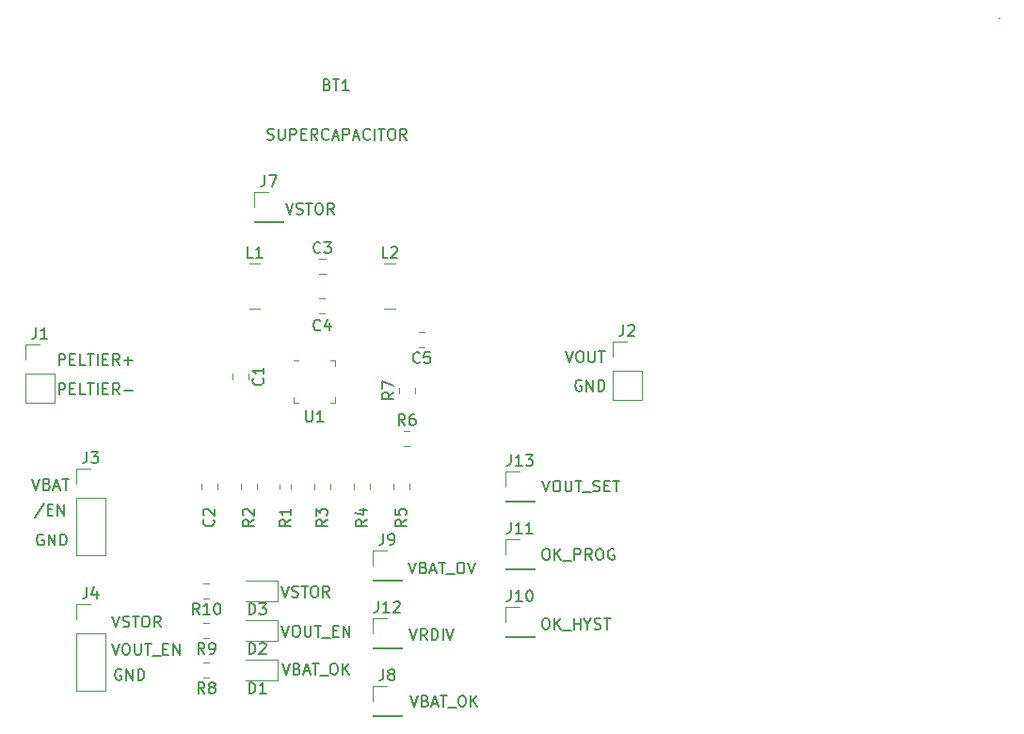
<source format=gbr>
G04 #@! TF.GenerationSoftware,KiCad,Pcbnew,(5.1.5)-3*
G04 #@! TF.CreationDate,2020-02-20T10:21:21+01:00*
G04 #@! TF.ProjectId,bq25570,62713235-3537-4302-9e6b-696361645f70,rev?*
G04 #@! TF.SameCoordinates,Original*
G04 #@! TF.FileFunction,Legend,Top*
G04 #@! TF.FilePolarity,Positive*
%FSLAX46Y46*%
G04 Gerber Fmt 4.6, Leading zero omitted, Abs format (unit mm)*
G04 Created by KiCad (PCBNEW (5.1.5)-3) date 2020-02-20 10:21:21*
%MOMM*%
%LPD*%
G04 APERTURE LIST*
%ADD10C,0.150000*%
%ADD11C,0.120000*%
G04 APERTURE END LIST*
D10*
X135339485Y-92873580D02*
X135529961Y-92873580D01*
X135625200Y-92921200D01*
X135720438Y-93016438D01*
X135768057Y-93206914D01*
X135768057Y-93540247D01*
X135720438Y-93730723D01*
X135625200Y-93825961D01*
X135529961Y-93873580D01*
X135339485Y-93873580D01*
X135244247Y-93825961D01*
X135149009Y-93730723D01*
X135101390Y-93540247D01*
X135101390Y-93206914D01*
X135149009Y-93016438D01*
X135244247Y-92921200D01*
X135339485Y-92873580D01*
X136196628Y-93873580D02*
X136196628Y-92873580D01*
X136768057Y-93873580D02*
X136339485Y-93302152D01*
X136768057Y-92873580D02*
X136196628Y-93445009D01*
X136958533Y-93968819D02*
X137720438Y-93968819D01*
X137958533Y-93873580D02*
X137958533Y-92873580D01*
X137958533Y-93349771D02*
X138529961Y-93349771D01*
X138529961Y-93873580D02*
X138529961Y-92873580D01*
X139196628Y-93397390D02*
X139196628Y-93873580D01*
X138863295Y-92873580D02*
X139196628Y-93397390D01*
X139529961Y-92873580D01*
X139815676Y-93825961D02*
X139958533Y-93873580D01*
X140196628Y-93873580D01*
X140291866Y-93825961D01*
X140339485Y-93778342D01*
X140387104Y-93683104D01*
X140387104Y-93587866D01*
X140339485Y-93492628D01*
X140291866Y-93445009D01*
X140196628Y-93397390D01*
X140006152Y-93349771D01*
X139910914Y-93302152D01*
X139863295Y-93254533D01*
X139815676Y-93159295D01*
X139815676Y-93064057D01*
X139863295Y-92968819D01*
X139910914Y-92921200D01*
X140006152Y-92873580D01*
X140244247Y-92873580D01*
X140387104Y-92921200D01*
X140672819Y-92873580D02*
X141244247Y-92873580D01*
X140958533Y-93873580D02*
X140958533Y-92873580D01*
X135379200Y-86625180D02*
X135569676Y-86625180D01*
X135664914Y-86672800D01*
X135760152Y-86768038D01*
X135807771Y-86958514D01*
X135807771Y-87291847D01*
X135760152Y-87482323D01*
X135664914Y-87577561D01*
X135569676Y-87625180D01*
X135379200Y-87625180D01*
X135283961Y-87577561D01*
X135188723Y-87482323D01*
X135141104Y-87291847D01*
X135141104Y-86958514D01*
X135188723Y-86768038D01*
X135283961Y-86672800D01*
X135379200Y-86625180D01*
X136236342Y-87625180D02*
X136236342Y-86625180D01*
X136807771Y-87625180D02*
X136379200Y-87053752D01*
X136807771Y-86625180D02*
X136236342Y-87196609D01*
X136998247Y-87720419D02*
X137760152Y-87720419D01*
X137998247Y-87625180D02*
X137998247Y-86625180D01*
X138379200Y-86625180D01*
X138474438Y-86672800D01*
X138522057Y-86720419D01*
X138569676Y-86815657D01*
X138569676Y-86958514D01*
X138522057Y-87053752D01*
X138474438Y-87101371D01*
X138379200Y-87148990D01*
X137998247Y-87148990D01*
X139569676Y-87625180D02*
X139236342Y-87148990D01*
X138998247Y-87625180D02*
X138998247Y-86625180D01*
X139379200Y-86625180D01*
X139474438Y-86672800D01*
X139522057Y-86720419D01*
X139569676Y-86815657D01*
X139569676Y-86958514D01*
X139522057Y-87053752D01*
X139474438Y-87101371D01*
X139379200Y-87148990D01*
X138998247Y-87148990D01*
X140188723Y-86625180D02*
X140379200Y-86625180D01*
X140474438Y-86672800D01*
X140569676Y-86768038D01*
X140617295Y-86958514D01*
X140617295Y-87291847D01*
X140569676Y-87482323D01*
X140474438Y-87577561D01*
X140379200Y-87625180D01*
X140188723Y-87625180D01*
X140093485Y-87577561D01*
X139998247Y-87482323D01*
X139950628Y-87291847D01*
X139950628Y-86958514D01*
X139998247Y-86768038D01*
X140093485Y-86672800D01*
X140188723Y-86625180D01*
X141569676Y-86672800D02*
X141474438Y-86625180D01*
X141331580Y-86625180D01*
X141188723Y-86672800D01*
X141093485Y-86768038D01*
X141045866Y-86863276D01*
X140998247Y-87053752D01*
X140998247Y-87196609D01*
X141045866Y-87387085D01*
X141093485Y-87482323D01*
X141188723Y-87577561D01*
X141331580Y-87625180D01*
X141426819Y-87625180D01*
X141569676Y-87577561D01*
X141617295Y-87529942D01*
X141617295Y-87196609D01*
X141426819Y-87196609D01*
X135130019Y-80478380D02*
X135463352Y-81478380D01*
X135796685Y-80478380D01*
X136320495Y-80478380D02*
X136510971Y-80478380D01*
X136606209Y-80526000D01*
X136701447Y-80621238D01*
X136749066Y-80811714D01*
X136749066Y-81145047D01*
X136701447Y-81335523D01*
X136606209Y-81430761D01*
X136510971Y-81478380D01*
X136320495Y-81478380D01*
X136225257Y-81430761D01*
X136130019Y-81335523D01*
X136082400Y-81145047D01*
X136082400Y-80811714D01*
X136130019Y-80621238D01*
X136225257Y-80526000D01*
X136320495Y-80478380D01*
X137177638Y-80478380D02*
X137177638Y-81287904D01*
X137225257Y-81383142D01*
X137272876Y-81430761D01*
X137368114Y-81478380D01*
X137558590Y-81478380D01*
X137653828Y-81430761D01*
X137701447Y-81383142D01*
X137749066Y-81287904D01*
X137749066Y-80478380D01*
X138082400Y-80478380D02*
X138653828Y-80478380D01*
X138368114Y-81478380D02*
X138368114Y-80478380D01*
X138749066Y-81573619D02*
X139510971Y-81573619D01*
X139701447Y-81430761D02*
X139844304Y-81478380D01*
X140082400Y-81478380D01*
X140177638Y-81430761D01*
X140225257Y-81383142D01*
X140272876Y-81287904D01*
X140272876Y-81192666D01*
X140225257Y-81097428D01*
X140177638Y-81049809D01*
X140082400Y-81002190D01*
X139891923Y-80954571D01*
X139796685Y-80906952D01*
X139749066Y-80859333D01*
X139701447Y-80764095D01*
X139701447Y-80668857D01*
X139749066Y-80573619D01*
X139796685Y-80526000D01*
X139891923Y-80478380D01*
X140130019Y-80478380D01*
X140272876Y-80526000D01*
X140701447Y-80954571D02*
X141034780Y-80954571D01*
X141177638Y-81478380D02*
X140701447Y-81478380D01*
X140701447Y-80478380D01*
X141177638Y-80478380D01*
X141463352Y-80478380D02*
X142034780Y-80478380D01*
X141749066Y-81478380D02*
X141749066Y-80478380D01*
X123241180Y-99833180D02*
X123574514Y-100833180D01*
X123907847Y-99833180D01*
X124574514Y-100309371D02*
X124717371Y-100356990D01*
X124764990Y-100404609D01*
X124812609Y-100499847D01*
X124812609Y-100642704D01*
X124764990Y-100737942D01*
X124717371Y-100785561D01*
X124622133Y-100833180D01*
X124241180Y-100833180D01*
X124241180Y-99833180D01*
X124574514Y-99833180D01*
X124669752Y-99880800D01*
X124717371Y-99928419D01*
X124764990Y-100023657D01*
X124764990Y-100118895D01*
X124717371Y-100214133D01*
X124669752Y-100261752D01*
X124574514Y-100309371D01*
X124241180Y-100309371D01*
X125193561Y-100547466D02*
X125669752Y-100547466D01*
X125098323Y-100833180D02*
X125431657Y-99833180D01*
X125764990Y-100833180D01*
X125955466Y-99833180D02*
X126526895Y-99833180D01*
X126241180Y-100833180D02*
X126241180Y-99833180D01*
X126622133Y-100928419D02*
X127384038Y-100928419D01*
X127812609Y-99833180D02*
X128003085Y-99833180D01*
X128098323Y-99880800D01*
X128193561Y-99976038D01*
X128241180Y-100166514D01*
X128241180Y-100499847D01*
X128193561Y-100690323D01*
X128098323Y-100785561D01*
X128003085Y-100833180D01*
X127812609Y-100833180D01*
X127717371Y-100785561D01*
X127622133Y-100690323D01*
X127574514Y-100499847D01*
X127574514Y-100166514D01*
X127622133Y-99976038D01*
X127717371Y-99880800D01*
X127812609Y-99833180D01*
X128669752Y-100833180D02*
X128669752Y-99833180D01*
X129241180Y-100833180D02*
X128812609Y-100261752D01*
X129241180Y-99833180D02*
X128669752Y-100404609D01*
X123171200Y-93838780D02*
X123504533Y-94838780D01*
X123837866Y-93838780D01*
X124742628Y-94838780D02*
X124409295Y-94362590D01*
X124171200Y-94838780D02*
X124171200Y-93838780D01*
X124552152Y-93838780D01*
X124647390Y-93886400D01*
X124695009Y-93934019D01*
X124742628Y-94029257D01*
X124742628Y-94172114D01*
X124695009Y-94267352D01*
X124647390Y-94314971D01*
X124552152Y-94362590D01*
X124171200Y-94362590D01*
X125171200Y-94838780D02*
X125171200Y-93838780D01*
X125409295Y-93838780D01*
X125552152Y-93886400D01*
X125647390Y-93981638D01*
X125695009Y-94076876D01*
X125742628Y-94267352D01*
X125742628Y-94410209D01*
X125695009Y-94600685D01*
X125647390Y-94695923D01*
X125552152Y-94791161D01*
X125409295Y-94838780D01*
X125171200Y-94838780D01*
X126171200Y-94838780D02*
X126171200Y-93838780D01*
X126504533Y-93838780D02*
X126837866Y-94838780D01*
X127171200Y-93838780D01*
X123109409Y-87844380D02*
X123442742Y-88844380D01*
X123776076Y-87844380D01*
X124442742Y-88320571D02*
X124585600Y-88368190D01*
X124633219Y-88415809D01*
X124680838Y-88511047D01*
X124680838Y-88653904D01*
X124633219Y-88749142D01*
X124585600Y-88796761D01*
X124490361Y-88844380D01*
X124109409Y-88844380D01*
X124109409Y-87844380D01*
X124442742Y-87844380D01*
X124537980Y-87892000D01*
X124585600Y-87939619D01*
X124633219Y-88034857D01*
X124633219Y-88130095D01*
X124585600Y-88225333D01*
X124537980Y-88272952D01*
X124442742Y-88320571D01*
X124109409Y-88320571D01*
X125061790Y-88558666D02*
X125537980Y-88558666D01*
X124966552Y-88844380D02*
X125299885Y-87844380D01*
X125633219Y-88844380D01*
X125823695Y-87844380D02*
X126395123Y-87844380D01*
X126109409Y-88844380D02*
X126109409Y-87844380D01*
X126490361Y-88939619D02*
X127252266Y-88939619D01*
X127680838Y-87844380D02*
X127871314Y-87844380D01*
X127966552Y-87892000D01*
X128061790Y-87987238D01*
X128109409Y-88177714D01*
X128109409Y-88511047D01*
X128061790Y-88701523D01*
X127966552Y-88796761D01*
X127871314Y-88844380D01*
X127680838Y-88844380D01*
X127585600Y-88796761D01*
X127490361Y-88701523D01*
X127442742Y-88511047D01*
X127442742Y-88177714D01*
X127490361Y-87987238D01*
X127585600Y-87892000D01*
X127680838Y-87844380D01*
X128395123Y-87844380D02*
X128728457Y-88844380D01*
X129061790Y-87844380D01*
X111709580Y-96937580D02*
X112042914Y-97937580D01*
X112376247Y-96937580D01*
X113042914Y-97413771D02*
X113185771Y-97461390D01*
X113233390Y-97509009D01*
X113281009Y-97604247D01*
X113281009Y-97747104D01*
X113233390Y-97842342D01*
X113185771Y-97889961D01*
X113090533Y-97937580D01*
X112709580Y-97937580D01*
X112709580Y-96937580D01*
X113042914Y-96937580D01*
X113138152Y-96985200D01*
X113185771Y-97032819D01*
X113233390Y-97128057D01*
X113233390Y-97223295D01*
X113185771Y-97318533D01*
X113138152Y-97366152D01*
X113042914Y-97413771D01*
X112709580Y-97413771D01*
X113661961Y-97651866D02*
X114138152Y-97651866D01*
X113566723Y-97937580D02*
X113900057Y-96937580D01*
X114233390Y-97937580D01*
X114423866Y-96937580D02*
X114995295Y-96937580D01*
X114709580Y-97937580D02*
X114709580Y-96937580D01*
X115090533Y-98032819D02*
X115852438Y-98032819D01*
X116281009Y-96937580D02*
X116471485Y-96937580D01*
X116566723Y-96985200D01*
X116661961Y-97080438D01*
X116709580Y-97270914D01*
X116709580Y-97604247D01*
X116661961Y-97794723D01*
X116566723Y-97889961D01*
X116471485Y-97937580D01*
X116281009Y-97937580D01*
X116185771Y-97889961D01*
X116090533Y-97794723D01*
X116042914Y-97604247D01*
X116042914Y-97270914D01*
X116090533Y-97080438D01*
X116185771Y-96985200D01*
X116281009Y-96937580D01*
X117138152Y-97937580D02*
X117138152Y-96937580D01*
X117709580Y-97937580D02*
X117281009Y-97366152D01*
X117709580Y-96937580D02*
X117138152Y-97509009D01*
X111688952Y-93533980D02*
X112022285Y-94533980D01*
X112355619Y-93533980D01*
X112879428Y-93533980D02*
X113069904Y-93533980D01*
X113165142Y-93581600D01*
X113260380Y-93676838D01*
X113308000Y-93867314D01*
X113308000Y-94200647D01*
X113260380Y-94391123D01*
X113165142Y-94486361D01*
X113069904Y-94533980D01*
X112879428Y-94533980D01*
X112784190Y-94486361D01*
X112688952Y-94391123D01*
X112641333Y-94200647D01*
X112641333Y-93867314D01*
X112688952Y-93676838D01*
X112784190Y-93581600D01*
X112879428Y-93533980D01*
X113736571Y-93533980D02*
X113736571Y-94343504D01*
X113784190Y-94438742D01*
X113831809Y-94486361D01*
X113927047Y-94533980D01*
X114117523Y-94533980D01*
X114212761Y-94486361D01*
X114260380Y-94438742D01*
X114308000Y-94343504D01*
X114308000Y-93533980D01*
X114641333Y-93533980D02*
X115212761Y-93533980D01*
X114927047Y-94533980D02*
X114927047Y-93533980D01*
X115308000Y-94629219D02*
X116069904Y-94629219D01*
X116308000Y-94010171D02*
X116641333Y-94010171D01*
X116784190Y-94533980D02*
X116308000Y-94533980D01*
X116308000Y-93533980D01*
X116784190Y-93533980D01*
X117212761Y-94533980D02*
X117212761Y-93533980D01*
X117784190Y-94533980D01*
X117784190Y-93533980D01*
X111628514Y-89977980D02*
X111961847Y-90977980D01*
X112295180Y-89977980D01*
X112580895Y-90930361D02*
X112723752Y-90977980D01*
X112961847Y-90977980D01*
X113057085Y-90930361D01*
X113104704Y-90882742D01*
X113152323Y-90787504D01*
X113152323Y-90692266D01*
X113104704Y-90597028D01*
X113057085Y-90549409D01*
X112961847Y-90501790D01*
X112771371Y-90454171D01*
X112676133Y-90406552D01*
X112628514Y-90358933D01*
X112580895Y-90263695D01*
X112580895Y-90168457D01*
X112628514Y-90073219D01*
X112676133Y-90025600D01*
X112771371Y-89977980D01*
X113009466Y-89977980D01*
X113152323Y-90025600D01*
X113438038Y-89977980D02*
X114009466Y-89977980D01*
X113723752Y-90977980D02*
X113723752Y-89977980D01*
X114533276Y-89977980D02*
X114723752Y-89977980D01*
X114818990Y-90025600D01*
X114914228Y-90120838D01*
X114961847Y-90311314D01*
X114961847Y-90644647D01*
X114914228Y-90835123D01*
X114818990Y-90930361D01*
X114723752Y-90977980D01*
X114533276Y-90977980D01*
X114438038Y-90930361D01*
X114342800Y-90835123D01*
X114295180Y-90644647D01*
X114295180Y-90311314D01*
X114342800Y-90120838D01*
X114438038Y-90025600D01*
X114533276Y-89977980D01*
X115961847Y-90977980D02*
X115628514Y-90501790D01*
X115390419Y-90977980D02*
X115390419Y-89977980D01*
X115771371Y-89977980D01*
X115866609Y-90025600D01*
X115914228Y-90073219D01*
X115961847Y-90168457D01*
X115961847Y-90311314D01*
X115914228Y-90406552D01*
X115866609Y-90454171D01*
X115771371Y-90501790D01*
X115390419Y-90501790D01*
X96439314Y-92670380D02*
X96772647Y-93670380D01*
X97105980Y-92670380D01*
X97391695Y-93622761D02*
X97534552Y-93670380D01*
X97772647Y-93670380D01*
X97867885Y-93622761D01*
X97915504Y-93575142D01*
X97963123Y-93479904D01*
X97963123Y-93384666D01*
X97915504Y-93289428D01*
X97867885Y-93241809D01*
X97772647Y-93194190D01*
X97582171Y-93146571D01*
X97486933Y-93098952D01*
X97439314Y-93051333D01*
X97391695Y-92956095D01*
X97391695Y-92860857D01*
X97439314Y-92765619D01*
X97486933Y-92718000D01*
X97582171Y-92670380D01*
X97820266Y-92670380D01*
X97963123Y-92718000D01*
X98248838Y-92670380D02*
X98820266Y-92670380D01*
X98534552Y-93670380D02*
X98534552Y-92670380D01*
X99344076Y-92670380D02*
X99534552Y-92670380D01*
X99629790Y-92718000D01*
X99725028Y-92813238D01*
X99772647Y-93003714D01*
X99772647Y-93337047D01*
X99725028Y-93527523D01*
X99629790Y-93622761D01*
X99534552Y-93670380D01*
X99344076Y-93670380D01*
X99248838Y-93622761D01*
X99153600Y-93527523D01*
X99105980Y-93337047D01*
X99105980Y-93003714D01*
X99153600Y-92813238D01*
X99248838Y-92718000D01*
X99344076Y-92670380D01*
X100772647Y-93670380D02*
X100439314Y-93194190D01*
X100201219Y-93670380D02*
X100201219Y-92670380D01*
X100582171Y-92670380D01*
X100677409Y-92718000D01*
X100725028Y-92765619D01*
X100772647Y-92860857D01*
X100772647Y-93003714D01*
X100725028Y-93098952D01*
X100677409Y-93146571D01*
X100582171Y-93194190D01*
X100201219Y-93194190D01*
X96398152Y-95159580D02*
X96731485Y-96159580D01*
X97064819Y-95159580D01*
X97588628Y-95159580D02*
X97779104Y-95159580D01*
X97874342Y-95207200D01*
X97969580Y-95302438D01*
X98017200Y-95492914D01*
X98017200Y-95826247D01*
X97969580Y-96016723D01*
X97874342Y-96111961D01*
X97779104Y-96159580D01*
X97588628Y-96159580D01*
X97493390Y-96111961D01*
X97398152Y-96016723D01*
X97350533Y-95826247D01*
X97350533Y-95492914D01*
X97398152Y-95302438D01*
X97493390Y-95207200D01*
X97588628Y-95159580D01*
X98445771Y-95159580D02*
X98445771Y-95969104D01*
X98493390Y-96064342D01*
X98541009Y-96111961D01*
X98636247Y-96159580D01*
X98826723Y-96159580D01*
X98921961Y-96111961D01*
X98969580Y-96064342D01*
X99017200Y-95969104D01*
X99017200Y-95159580D01*
X99350533Y-95159580D02*
X99921961Y-95159580D01*
X99636247Y-96159580D02*
X99636247Y-95159580D01*
X100017200Y-96254819D02*
X100779104Y-96254819D01*
X101017200Y-95635771D02*
X101350533Y-95635771D01*
X101493390Y-96159580D02*
X101017200Y-96159580D01*
X101017200Y-95159580D01*
X101493390Y-95159580D01*
X101921961Y-96159580D02*
X101921961Y-95159580D01*
X102493390Y-96159580D01*
X102493390Y-95159580D01*
X97231295Y-97493200D02*
X97136057Y-97445580D01*
X96993200Y-97445580D01*
X96850342Y-97493200D01*
X96755104Y-97588438D01*
X96707485Y-97683676D01*
X96659866Y-97874152D01*
X96659866Y-98017009D01*
X96707485Y-98207485D01*
X96755104Y-98302723D01*
X96850342Y-98397961D01*
X96993200Y-98445580D01*
X97088438Y-98445580D01*
X97231295Y-98397961D01*
X97278914Y-98350342D01*
X97278914Y-98017009D01*
X97088438Y-98017009D01*
X97707485Y-98445580D02*
X97707485Y-97445580D01*
X98278914Y-98445580D01*
X98278914Y-97445580D01*
X98755104Y-98445580D02*
X98755104Y-97445580D01*
X98993200Y-97445580D01*
X99136057Y-97493200D01*
X99231295Y-97588438D01*
X99278914Y-97683676D01*
X99326533Y-97874152D01*
X99326533Y-98017009D01*
X99278914Y-98207485D01*
X99231295Y-98302723D01*
X99136057Y-98397961D01*
X98993200Y-98445580D01*
X98755104Y-98445580D01*
X89238342Y-80325980D02*
X89571676Y-81325980D01*
X89905009Y-80325980D01*
X90571676Y-80802171D02*
X90714533Y-80849790D01*
X90762152Y-80897409D01*
X90809771Y-80992647D01*
X90809771Y-81135504D01*
X90762152Y-81230742D01*
X90714533Y-81278361D01*
X90619295Y-81325980D01*
X90238342Y-81325980D01*
X90238342Y-80325980D01*
X90571676Y-80325980D01*
X90666914Y-80373600D01*
X90714533Y-80421219D01*
X90762152Y-80516457D01*
X90762152Y-80611695D01*
X90714533Y-80706933D01*
X90666914Y-80754552D01*
X90571676Y-80802171D01*
X90238342Y-80802171D01*
X91190723Y-81040266D02*
X91666914Y-81040266D01*
X91095485Y-81325980D02*
X91428819Y-80325980D01*
X91762152Y-81325980D01*
X91952628Y-80325980D02*
X92524057Y-80325980D01*
X92238342Y-81325980D02*
X92238342Y-80325980D01*
X90282780Y-82564361D02*
X89425638Y-83850076D01*
X90616114Y-83088171D02*
X90949447Y-83088171D01*
X91092304Y-83611980D02*
X90616114Y-83611980D01*
X90616114Y-82611980D01*
X91092304Y-82611980D01*
X91520876Y-83611980D02*
X91520876Y-82611980D01*
X92092304Y-83611980D01*
X92092304Y-82611980D01*
X90220895Y-85352000D02*
X90125657Y-85304380D01*
X89982800Y-85304380D01*
X89839942Y-85352000D01*
X89744704Y-85447238D01*
X89697085Y-85542476D01*
X89649466Y-85732952D01*
X89649466Y-85875809D01*
X89697085Y-86066285D01*
X89744704Y-86161523D01*
X89839942Y-86256761D01*
X89982800Y-86304380D01*
X90078038Y-86304380D01*
X90220895Y-86256761D01*
X90268514Y-86209142D01*
X90268514Y-85875809D01*
X90078038Y-85875809D01*
X90697085Y-86304380D02*
X90697085Y-85304380D01*
X91268514Y-86304380D01*
X91268514Y-85304380D01*
X91744704Y-86304380D02*
X91744704Y-85304380D01*
X91982800Y-85304380D01*
X92125657Y-85352000D01*
X92220895Y-85447238D01*
X92268514Y-85542476D01*
X92316133Y-85732952D01*
X92316133Y-85875809D01*
X92268514Y-86066285D01*
X92220895Y-86161523D01*
X92125657Y-86256761D01*
X91982800Y-86304380D01*
X91744704Y-86304380D01*
X91635676Y-72740780D02*
X91635676Y-71740780D01*
X92016628Y-71740780D01*
X92111866Y-71788400D01*
X92159485Y-71836019D01*
X92207104Y-71931257D01*
X92207104Y-72074114D01*
X92159485Y-72169352D01*
X92111866Y-72216971D01*
X92016628Y-72264590D01*
X91635676Y-72264590D01*
X92635676Y-72216971D02*
X92969009Y-72216971D01*
X93111866Y-72740780D02*
X92635676Y-72740780D01*
X92635676Y-71740780D01*
X93111866Y-71740780D01*
X94016628Y-72740780D02*
X93540438Y-72740780D01*
X93540438Y-71740780D01*
X94207104Y-71740780D02*
X94778533Y-71740780D01*
X94492819Y-72740780D02*
X94492819Y-71740780D01*
X95111866Y-72740780D02*
X95111866Y-71740780D01*
X95588057Y-72216971D02*
X95921390Y-72216971D01*
X96064247Y-72740780D02*
X95588057Y-72740780D01*
X95588057Y-71740780D01*
X96064247Y-71740780D01*
X97064247Y-72740780D02*
X96730914Y-72264590D01*
X96492819Y-72740780D02*
X96492819Y-71740780D01*
X96873771Y-71740780D01*
X96969009Y-71788400D01*
X97016628Y-71836019D01*
X97064247Y-71931257D01*
X97064247Y-72074114D01*
X97016628Y-72169352D01*
X96969009Y-72216971D01*
X96873771Y-72264590D01*
X96492819Y-72264590D01*
X97492819Y-72359828D02*
X98254723Y-72359828D01*
X91635676Y-70099180D02*
X91635676Y-69099180D01*
X92016628Y-69099180D01*
X92111866Y-69146800D01*
X92159485Y-69194419D01*
X92207104Y-69289657D01*
X92207104Y-69432514D01*
X92159485Y-69527752D01*
X92111866Y-69575371D01*
X92016628Y-69622990D01*
X91635676Y-69622990D01*
X92635676Y-69575371D02*
X92969009Y-69575371D01*
X93111866Y-70099180D02*
X92635676Y-70099180D01*
X92635676Y-69099180D01*
X93111866Y-69099180D01*
X94016628Y-70099180D02*
X93540438Y-70099180D01*
X93540438Y-69099180D01*
X94207104Y-69099180D02*
X94778533Y-69099180D01*
X94492819Y-70099180D02*
X94492819Y-69099180D01*
X95111866Y-70099180D02*
X95111866Y-69099180D01*
X95588057Y-69575371D02*
X95921390Y-69575371D01*
X96064247Y-70099180D02*
X95588057Y-70099180D01*
X95588057Y-69099180D01*
X96064247Y-69099180D01*
X97064247Y-70099180D02*
X96730914Y-69622990D01*
X96492819Y-70099180D02*
X96492819Y-69099180D01*
X96873771Y-69099180D01*
X96969009Y-69146800D01*
X97016628Y-69194419D01*
X97064247Y-69289657D01*
X97064247Y-69432514D01*
X97016628Y-69527752D01*
X96969009Y-69575371D01*
X96873771Y-69622990D01*
X96492819Y-69622990D01*
X97492819Y-69718228D02*
X98254723Y-69718228D01*
X97873771Y-70099180D02*
X97873771Y-69337276D01*
X112034914Y-55535580D02*
X112368247Y-56535580D01*
X112701580Y-55535580D01*
X112987295Y-56487961D02*
X113130152Y-56535580D01*
X113368247Y-56535580D01*
X113463485Y-56487961D01*
X113511104Y-56440342D01*
X113558723Y-56345104D01*
X113558723Y-56249866D01*
X113511104Y-56154628D01*
X113463485Y-56107009D01*
X113368247Y-56059390D01*
X113177771Y-56011771D01*
X113082533Y-55964152D01*
X113034914Y-55916533D01*
X112987295Y-55821295D01*
X112987295Y-55726057D01*
X113034914Y-55630819D01*
X113082533Y-55583200D01*
X113177771Y-55535580D01*
X113415866Y-55535580D01*
X113558723Y-55583200D01*
X113844438Y-55535580D02*
X114415866Y-55535580D01*
X114130152Y-56535580D02*
X114130152Y-55535580D01*
X114939676Y-55535580D02*
X115130152Y-55535580D01*
X115225390Y-55583200D01*
X115320628Y-55678438D01*
X115368247Y-55868914D01*
X115368247Y-56202247D01*
X115320628Y-56392723D01*
X115225390Y-56487961D01*
X115130152Y-56535580D01*
X114939676Y-56535580D01*
X114844438Y-56487961D01*
X114749200Y-56392723D01*
X114701580Y-56202247D01*
X114701580Y-55868914D01*
X114749200Y-55678438D01*
X114844438Y-55583200D01*
X114939676Y-55535580D01*
X116368247Y-56535580D02*
X116034914Y-56059390D01*
X115796819Y-56535580D02*
X115796819Y-55535580D01*
X116177771Y-55535580D01*
X116273009Y-55583200D01*
X116320628Y-55630819D01*
X116368247Y-55726057D01*
X116368247Y-55868914D01*
X116320628Y-55964152D01*
X116273009Y-56011771D01*
X116177771Y-56059390D01*
X115796819Y-56059390D01*
X110374895Y-49782361D02*
X110517752Y-49829980D01*
X110755847Y-49829980D01*
X110851085Y-49782361D01*
X110898704Y-49734742D01*
X110946323Y-49639504D01*
X110946323Y-49544266D01*
X110898704Y-49449028D01*
X110851085Y-49401409D01*
X110755847Y-49353790D01*
X110565371Y-49306171D01*
X110470133Y-49258552D01*
X110422514Y-49210933D01*
X110374895Y-49115695D01*
X110374895Y-49020457D01*
X110422514Y-48925219D01*
X110470133Y-48877600D01*
X110565371Y-48829980D01*
X110803466Y-48829980D01*
X110946323Y-48877600D01*
X111374895Y-48829980D02*
X111374895Y-49639504D01*
X111422514Y-49734742D01*
X111470133Y-49782361D01*
X111565371Y-49829980D01*
X111755847Y-49829980D01*
X111851085Y-49782361D01*
X111898704Y-49734742D01*
X111946323Y-49639504D01*
X111946323Y-48829980D01*
X112422514Y-49829980D02*
X112422514Y-48829980D01*
X112803466Y-48829980D01*
X112898704Y-48877600D01*
X112946323Y-48925219D01*
X112993942Y-49020457D01*
X112993942Y-49163314D01*
X112946323Y-49258552D01*
X112898704Y-49306171D01*
X112803466Y-49353790D01*
X112422514Y-49353790D01*
X113422514Y-49306171D02*
X113755847Y-49306171D01*
X113898704Y-49829980D02*
X113422514Y-49829980D01*
X113422514Y-48829980D01*
X113898704Y-48829980D01*
X114898704Y-49829980D02*
X114565371Y-49353790D01*
X114327276Y-49829980D02*
X114327276Y-48829980D01*
X114708228Y-48829980D01*
X114803466Y-48877600D01*
X114851085Y-48925219D01*
X114898704Y-49020457D01*
X114898704Y-49163314D01*
X114851085Y-49258552D01*
X114803466Y-49306171D01*
X114708228Y-49353790D01*
X114327276Y-49353790D01*
X115898704Y-49734742D02*
X115851085Y-49782361D01*
X115708228Y-49829980D01*
X115612990Y-49829980D01*
X115470133Y-49782361D01*
X115374895Y-49687123D01*
X115327276Y-49591885D01*
X115279657Y-49401409D01*
X115279657Y-49258552D01*
X115327276Y-49068076D01*
X115374895Y-48972838D01*
X115470133Y-48877600D01*
X115612990Y-48829980D01*
X115708228Y-48829980D01*
X115851085Y-48877600D01*
X115898704Y-48925219D01*
X116279657Y-49544266D02*
X116755847Y-49544266D01*
X116184419Y-49829980D02*
X116517752Y-48829980D01*
X116851085Y-49829980D01*
X117184419Y-49829980D02*
X117184419Y-48829980D01*
X117565371Y-48829980D01*
X117660609Y-48877600D01*
X117708228Y-48925219D01*
X117755847Y-49020457D01*
X117755847Y-49163314D01*
X117708228Y-49258552D01*
X117660609Y-49306171D01*
X117565371Y-49353790D01*
X117184419Y-49353790D01*
X118136800Y-49544266D02*
X118612990Y-49544266D01*
X118041561Y-49829980D02*
X118374895Y-48829980D01*
X118708228Y-49829980D01*
X119612990Y-49734742D02*
X119565371Y-49782361D01*
X119422514Y-49829980D01*
X119327276Y-49829980D01*
X119184419Y-49782361D01*
X119089180Y-49687123D01*
X119041561Y-49591885D01*
X118993942Y-49401409D01*
X118993942Y-49258552D01*
X119041561Y-49068076D01*
X119089180Y-48972838D01*
X119184419Y-48877600D01*
X119327276Y-48829980D01*
X119422514Y-48829980D01*
X119565371Y-48877600D01*
X119612990Y-48925219D01*
X120041561Y-49829980D02*
X120041561Y-48829980D01*
X120374895Y-48829980D02*
X120946323Y-48829980D01*
X120660609Y-49829980D02*
X120660609Y-48829980D01*
X121470133Y-48829980D02*
X121660609Y-48829980D01*
X121755847Y-48877600D01*
X121851085Y-48972838D01*
X121898704Y-49163314D01*
X121898704Y-49496647D01*
X121851085Y-49687123D01*
X121755847Y-49782361D01*
X121660609Y-49829980D01*
X121470133Y-49829980D01*
X121374895Y-49782361D01*
X121279657Y-49687123D01*
X121232038Y-49496647D01*
X121232038Y-49163314D01*
X121279657Y-48972838D01*
X121374895Y-48877600D01*
X121470133Y-48829980D01*
X122898704Y-49829980D02*
X122565371Y-49353790D01*
X122327276Y-49829980D02*
X122327276Y-48829980D01*
X122708228Y-48829980D01*
X122803466Y-48877600D01*
X122851085Y-48925219D01*
X122898704Y-49020457D01*
X122898704Y-49163314D01*
X122851085Y-49258552D01*
X122803466Y-49306171D01*
X122708228Y-49353790D01*
X122327276Y-49353790D01*
X138633295Y-71483600D02*
X138538057Y-71435980D01*
X138395200Y-71435980D01*
X138252342Y-71483600D01*
X138157104Y-71578838D01*
X138109485Y-71674076D01*
X138061866Y-71864552D01*
X138061866Y-72007409D01*
X138109485Y-72197885D01*
X138157104Y-72293123D01*
X138252342Y-72388361D01*
X138395200Y-72435980D01*
X138490438Y-72435980D01*
X138633295Y-72388361D01*
X138680914Y-72340742D01*
X138680914Y-72007409D01*
X138490438Y-72007409D01*
X139109485Y-72435980D02*
X139109485Y-71435980D01*
X139680914Y-72435980D01*
X139680914Y-71435980D01*
X140157104Y-72435980D02*
X140157104Y-71435980D01*
X140395200Y-71435980D01*
X140538057Y-71483600D01*
X140633295Y-71578838D01*
X140680914Y-71674076D01*
X140728533Y-71864552D01*
X140728533Y-72007409D01*
X140680914Y-72197885D01*
X140633295Y-72293123D01*
X140538057Y-72388361D01*
X140395200Y-72435980D01*
X140157104Y-72435980D01*
X137226895Y-68845180D02*
X137560228Y-69845180D01*
X137893561Y-68845180D01*
X138417371Y-68845180D02*
X138607847Y-68845180D01*
X138703085Y-68892800D01*
X138798323Y-68988038D01*
X138845942Y-69178514D01*
X138845942Y-69511847D01*
X138798323Y-69702323D01*
X138703085Y-69797561D01*
X138607847Y-69845180D01*
X138417371Y-69845180D01*
X138322133Y-69797561D01*
X138226895Y-69702323D01*
X138179276Y-69511847D01*
X138179276Y-69178514D01*
X138226895Y-68988038D01*
X138322133Y-68892800D01*
X138417371Y-68845180D01*
X139274514Y-68845180D02*
X139274514Y-69654704D01*
X139322133Y-69749942D01*
X139369752Y-69797561D01*
X139464990Y-69845180D01*
X139655466Y-69845180D01*
X139750704Y-69797561D01*
X139798323Y-69749942D01*
X139845942Y-69654704D01*
X139845942Y-68845180D01*
X140179276Y-68845180D02*
X140750704Y-68845180D01*
X140464990Y-69845180D02*
X140464990Y-68845180D01*
D11*
X176220120Y-38864540D02*
X176202340Y-38879780D01*
X112742420Y-69714820D02*
X113192420Y-69714820D01*
X112742420Y-73434820D02*
X112742420Y-72984820D01*
X112742420Y-73454820D02*
X113212420Y-73454820D01*
X116482420Y-73454820D02*
X116012420Y-73454820D01*
X116482420Y-73434820D02*
X116482420Y-72984820D01*
X116482420Y-69734820D02*
X116482420Y-70184820D01*
X116482420Y-69714820D02*
X116012420Y-69714820D01*
X119828000Y-92904000D02*
X121158000Y-92904000D01*
X119828000Y-94234000D02*
X119828000Y-92904000D01*
X119828000Y-95504000D02*
X122488000Y-95504000D01*
X122488000Y-95504000D02*
X122488000Y-95564000D01*
X119828000Y-95504000D02*
X119828000Y-95564000D01*
X119828000Y-95564000D02*
X122488000Y-95564000D01*
X105154252Y-89714000D02*
X104631748Y-89714000D01*
X105154252Y-91134000D02*
X104631748Y-91134000D01*
X105154252Y-93270000D02*
X104631748Y-93270000D01*
X105154252Y-94690000D02*
X104631748Y-94690000D01*
X105154252Y-96826000D02*
X104631748Y-96826000D01*
X105154252Y-98246000D02*
X104631748Y-98246000D01*
X123646000Y-72642252D02*
X123646000Y-72119748D01*
X122226000Y-72642252D02*
X122226000Y-72119748D01*
X122674748Y-77418000D02*
X123197252Y-77418000D01*
X122674748Y-75998000D02*
X123197252Y-75998000D01*
X121718000Y-80755748D02*
X121718000Y-81278252D01*
X123138000Y-80755748D02*
X123138000Y-81278252D01*
X119582000Y-81283552D02*
X119582000Y-80761048D01*
X118162000Y-81283552D02*
X118162000Y-80761048D01*
X116026000Y-81296252D02*
X116026000Y-80773748D01*
X114606000Y-81296252D02*
X114606000Y-80773748D01*
X108002000Y-80773748D02*
X108002000Y-81296252D01*
X109422000Y-80773748D02*
X109422000Y-81296252D01*
X112524000Y-81197267D02*
X112524000Y-80854733D01*
X111504000Y-81197267D02*
X111504000Y-80854733D01*
X120909000Y-65002000D02*
X121889000Y-65002000D01*
X120909000Y-60982000D02*
X121889000Y-60982000D01*
X108743000Y-65002000D02*
X109723000Y-65002000D01*
X108743000Y-60982000D02*
X109723000Y-60982000D01*
X131766000Y-79696000D02*
X133096000Y-79696000D01*
X131766000Y-81026000D02*
X131766000Y-79696000D01*
X131766000Y-82296000D02*
X134426000Y-82296000D01*
X134426000Y-82296000D02*
X134426000Y-82356000D01*
X131766000Y-82296000D02*
X131766000Y-82356000D01*
X131766000Y-82356000D02*
X134426000Y-82356000D01*
X131766000Y-85792000D02*
X133096000Y-85792000D01*
X131766000Y-87122000D02*
X131766000Y-85792000D01*
X131766000Y-88392000D02*
X134426000Y-88392000D01*
X134426000Y-88392000D02*
X134426000Y-88452000D01*
X131766000Y-88392000D02*
X131766000Y-88452000D01*
X131766000Y-88452000D02*
X134426000Y-88452000D01*
X131766000Y-91888000D02*
X133096000Y-91888000D01*
X131766000Y-93218000D02*
X131766000Y-91888000D01*
X131766000Y-94488000D02*
X134426000Y-94488000D01*
X134426000Y-94488000D02*
X134426000Y-94548000D01*
X131766000Y-94488000D02*
X131766000Y-94548000D01*
X131766000Y-94548000D02*
X134426000Y-94548000D01*
X119828000Y-86808000D02*
X121158000Y-86808000D01*
X119828000Y-88138000D02*
X119828000Y-86808000D01*
X119828000Y-89408000D02*
X122488000Y-89408000D01*
X122488000Y-89408000D02*
X122488000Y-89468000D01*
X119828000Y-89408000D02*
X119828000Y-89468000D01*
X119828000Y-89468000D02*
X122488000Y-89468000D01*
X119828000Y-99000000D02*
X121158000Y-99000000D01*
X119828000Y-100330000D02*
X119828000Y-99000000D01*
X119828000Y-101600000D02*
X122488000Y-101600000D01*
X122488000Y-101600000D02*
X122488000Y-101660000D01*
X119828000Y-101600000D02*
X119828000Y-101660000D01*
X119828000Y-101660000D02*
X122488000Y-101660000D01*
X109160000Y-54550000D02*
X110490000Y-54550000D01*
X109160000Y-55880000D02*
X109160000Y-54550000D01*
X109160000Y-57150000D02*
X111820000Y-57150000D01*
X111820000Y-57150000D02*
X111820000Y-57210000D01*
X109160000Y-57150000D02*
X109160000Y-57210000D01*
X109160000Y-57210000D02*
X111820000Y-57210000D01*
X93158000Y-91634000D02*
X94488000Y-91634000D01*
X93158000Y-92964000D02*
X93158000Y-91634000D01*
X93158000Y-94234000D02*
X95818000Y-94234000D01*
X95818000Y-94234000D02*
X95818000Y-99374000D01*
X93158000Y-94234000D02*
X93158000Y-99374000D01*
X93158000Y-99374000D02*
X95818000Y-99374000D01*
X93158000Y-79442000D02*
X94488000Y-79442000D01*
X93158000Y-80772000D02*
X93158000Y-79442000D01*
X93158000Y-82042000D02*
X95818000Y-82042000D01*
X95818000Y-82042000D02*
X95818000Y-87182000D01*
X93158000Y-82042000D02*
X93158000Y-87182000D01*
X93158000Y-87182000D02*
X95818000Y-87182000D01*
X141418000Y-68012000D02*
X142748000Y-68012000D01*
X141418000Y-69342000D02*
X141418000Y-68012000D01*
X141418000Y-70612000D02*
X144078000Y-70612000D01*
X144078000Y-70612000D02*
X144078000Y-73212000D01*
X141418000Y-70612000D02*
X141418000Y-73212000D01*
X141418000Y-73212000D02*
X144078000Y-73212000D01*
X88586000Y-68266000D02*
X89916000Y-68266000D01*
X88586000Y-69596000D02*
X88586000Y-68266000D01*
X88586000Y-70866000D02*
X91246000Y-70866000D01*
X91246000Y-70866000D02*
X91246000Y-73466000D01*
X88586000Y-70866000D02*
X88586000Y-73466000D01*
X88586000Y-73466000D02*
X91246000Y-73466000D01*
X111325000Y-89464000D02*
X108465000Y-89464000D01*
X111325000Y-91384000D02*
X111325000Y-89464000D01*
X108465000Y-91384000D02*
X111325000Y-91384000D01*
X111325000Y-93020000D02*
X108465000Y-93020000D01*
X111325000Y-94940000D02*
X111325000Y-93020000D01*
X108465000Y-94940000D02*
X111325000Y-94940000D01*
X111325000Y-96576000D02*
X108465000Y-96576000D01*
X111325000Y-98496000D02*
X111325000Y-96576000D01*
X108465000Y-98496000D02*
X111325000Y-98496000D01*
X124518052Y-67108000D02*
X123995548Y-67108000D01*
X124518052Y-68528000D02*
X123995548Y-68528000D01*
X115054748Y-65480000D02*
X115577252Y-65480000D01*
X115054748Y-64060000D02*
X115577252Y-64060000D01*
X115063748Y-61924000D02*
X115586252Y-61924000D01*
X115063748Y-60504000D02*
X115586252Y-60504000D01*
X104446000Y-80764748D02*
X104446000Y-81287252D01*
X105866000Y-80764748D02*
X105866000Y-81287252D01*
X107240000Y-70858748D02*
X107240000Y-71381252D01*
X108660000Y-70858748D02*
X108660000Y-71381252D01*
D10*
X113850515Y-74207200D02*
X113850515Y-75016724D01*
X113898134Y-75111962D01*
X113945753Y-75159581D01*
X114040991Y-75207200D01*
X114231467Y-75207200D01*
X114326705Y-75159581D01*
X114374324Y-75111962D01*
X114421943Y-75016724D01*
X114421943Y-74207200D01*
X115421943Y-75207200D02*
X114850515Y-75207200D01*
X115136229Y-75207200D02*
X115136229Y-74207200D01*
X115040991Y-74350058D01*
X114945753Y-74445296D01*
X114850515Y-74492915D01*
X120348476Y-91356380D02*
X120348476Y-92070666D01*
X120300857Y-92213523D01*
X120205619Y-92308761D01*
X120062761Y-92356380D01*
X119967523Y-92356380D01*
X121348476Y-92356380D02*
X120777047Y-92356380D01*
X121062761Y-92356380D02*
X121062761Y-91356380D01*
X120967523Y-91499238D01*
X120872285Y-91594476D01*
X120777047Y-91642095D01*
X121729428Y-91451619D02*
X121777047Y-91404000D01*
X121872285Y-91356380D01*
X122110380Y-91356380D01*
X122205619Y-91404000D01*
X122253238Y-91451619D01*
X122300857Y-91546857D01*
X122300857Y-91642095D01*
X122253238Y-91784952D01*
X121681809Y-92356380D01*
X122300857Y-92356380D01*
X104250142Y-92526380D02*
X103916809Y-92050190D01*
X103678714Y-92526380D02*
X103678714Y-91526380D01*
X104059666Y-91526380D01*
X104154904Y-91574000D01*
X104202523Y-91621619D01*
X104250142Y-91716857D01*
X104250142Y-91859714D01*
X104202523Y-91954952D01*
X104154904Y-92002571D01*
X104059666Y-92050190D01*
X103678714Y-92050190D01*
X105202523Y-92526380D02*
X104631095Y-92526380D01*
X104916809Y-92526380D02*
X104916809Y-91526380D01*
X104821571Y-91669238D01*
X104726333Y-91764476D01*
X104631095Y-91812095D01*
X105821571Y-91526380D02*
X105916809Y-91526380D01*
X106012047Y-91574000D01*
X106059666Y-91621619D01*
X106107285Y-91716857D01*
X106154904Y-91907333D01*
X106154904Y-92145428D01*
X106107285Y-92335904D01*
X106059666Y-92431142D01*
X106012047Y-92478761D01*
X105916809Y-92526380D01*
X105821571Y-92526380D01*
X105726333Y-92478761D01*
X105678714Y-92431142D01*
X105631095Y-92335904D01*
X105583476Y-92145428D01*
X105583476Y-91907333D01*
X105631095Y-91716857D01*
X105678714Y-91621619D01*
X105726333Y-91574000D01*
X105821571Y-91526380D01*
X104726333Y-96082380D02*
X104393000Y-95606190D01*
X104154904Y-96082380D02*
X104154904Y-95082380D01*
X104535857Y-95082380D01*
X104631095Y-95130000D01*
X104678714Y-95177619D01*
X104726333Y-95272857D01*
X104726333Y-95415714D01*
X104678714Y-95510952D01*
X104631095Y-95558571D01*
X104535857Y-95606190D01*
X104154904Y-95606190D01*
X105202523Y-96082380D02*
X105393000Y-96082380D01*
X105488238Y-96034761D01*
X105535857Y-95987142D01*
X105631095Y-95844285D01*
X105678714Y-95653809D01*
X105678714Y-95272857D01*
X105631095Y-95177619D01*
X105583476Y-95130000D01*
X105488238Y-95082380D01*
X105297761Y-95082380D01*
X105202523Y-95130000D01*
X105154904Y-95177619D01*
X105107285Y-95272857D01*
X105107285Y-95510952D01*
X105154904Y-95606190D01*
X105202523Y-95653809D01*
X105297761Y-95701428D01*
X105488238Y-95701428D01*
X105583476Y-95653809D01*
X105631095Y-95606190D01*
X105678714Y-95510952D01*
X104726333Y-99638380D02*
X104393000Y-99162190D01*
X104154904Y-99638380D02*
X104154904Y-98638380D01*
X104535857Y-98638380D01*
X104631095Y-98686000D01*
X104678714Y-98733619D01*
X104726333Y-98828857D01*
X104726333Y-98971714D01*
X104678714Y-99066952D01*
X104631095Y-99114571D01*
X104535857Y-99162190D01*
X104154904Y-99162190D01*
X105297761Y-99066952D02*
X105202523Y-99019333D01*
X105154904Y-98971714D01*
X105107285Y-98876476D01*
X105107285Y-98828857D01*
X105154904Y-98733619D01*
X105202523Y-98686000D01*
X105297761Y-98638380D01*
X105488238Y-98638380D01*
X105583476Y-98686000D01*
X105631095Y-98733619D01*
X105678714Y-98828857D01*
X105678714Y-98876476D01*
X105631095Y-98971714D01*
X105583476Y-99019333D01*
X105488238Y-99066952D01*
X105297761Y-99066952D01*
X105202523Y-99114571D01*
X105154904Y-99162190D01*
X105107285Y-99257428D01*
X105107285Y-99447904D01*
X105154904Y-99543142D01*
X105202523Y-99590761D01*
X105297761Y-99638380D01*
X105488238Y-99638380D01*
X105583476Y-99590761D01*
X105631095Y-99543142D01*
X105678714Y-99447904D01*
X105678714Y-99257428D01*
X105631095Y-99162190D01*
X105583476Y-99114571D01*
X105488238Y-99066952D01*
X121738380Y-72547666D02*
X121262190Y-72881000D01*
X121738380Y-73119095D02*
X120738380Y-73119095D01*
X120738380Y-72738142D01*
X120786000Y-72642904D01*
X120833619Y-72595285D01*
X120928857Y-72547666D01*
X121071714Y-72547666D01*
X121166952Y-72595285D01*
X121214571Y-72642904D01*
X121262190Y-72738142D01*
X121262190Y-73119095D01*
X120738380Y-72214333D02*
X120738380Y-71547666D01*
X121738380Y-71976238D01*
X122769333Y-75510380D02*
X122436000Y-75034190D01*
X122197904Y-75510380D02*
X122197904Y-74510380D01*
X122578857Y-74510380D01*
X122674095Y-74558000D01*
X122721714Y-74605619D01*
X122769333Y-74700857D01*
X122769333Y-74843714D01*
X122721714Y-74938952D01*
X122674095Y-74986571D01*
X122578857Y-75034190D01*
X122197904Y-75034190D01*
X123626476Y-74510380D02*
X123436000Y-74510380D01*
X123340761Y-74558000D01*
X123293142Y-74605619D01*
X123197904Y-74748476D01*
X123150285Y-74938952D01*
X123150285Y-75319904D01*
X123197904Y-75415142D01*
X123245523Y-75462761D01*
X123340761Y-75510380D01*
X123531238Y-75510380D01*
X123626476Y-75462761D01*
X123674095Y-75415142D01*
X123721714Y-75319904D01*
X123721714Y-75081809D01*
X123674095Y-74986571D01*
X123626476Y-74938952D01*
X123531238Y-74891333D01*
X123340761Y-74891333D01*
X123245523Y-74938952D01*
X123197904Y-74986571D01*
X123150285Y-75081809D01*
X122880380Y-83986666D02*
X122404190Y-84320000D01*
X122880380Y-84558095D02*
X121880380Y-84558095D01*
X121880380Y-84177142D01*
X121928000Y-84081904D01*
X121975619Y-84034285D01*
X122070857Y-83986666D01*
X122213714Y-83986666D01*
X122308952Y-84034285D01*
X122356571Y-84081904D01*
X122404190Y-84177142D01*
X122404190Y-84558095D01*
X121880380Y-83081904D02*
X121880380Y-83558095D01*
X122356571Y-83605714D01*
X122308952Y-83558095D01*
X122261333Y-83462857D01*
X122261333Y-83224761D01*
X122308952Y-83129523D01*
X122356571Y-83081904D01*
X122451809Y-83034285D01*
X122689904Y-83034285D01*
X122785142Y-83081904D01*
X122832761Y-83129523D01*
X122880380Y-83224761D01*
X122880380Y-83462857D01*
X122832761Y-83558095D01*
X122785142Y-83605714D01*
X119324380Y-83986666D02*
X118848190Y-84320000D01*
X119324380Y-84558095D02*
X118324380Y-84558095D01*
X118324380Y-84177142D01*
X118372000Y-84081904D01*
X118419619Y-84034285D01*
X118514857Y-83986666D01*
X118657714Y-83986666D01*
X118752952Y-84034285D01*
X118800571Y-84081904D01*
X118848190Y-84177142D01*
X118848190Y-84558095D01*
X118657714Y-83129523D02*
X119324380Y-83129523D01*
X118276761Y-83367619D02*
X118991047Y-83605714D01*
X118991047Y-82986666D01*
X115768380Y-83986666D02*
X115292190Y-84320000D01*
X115768380Y-84558095D02*
X114768380Y-84558095D01*
X114768380Y-84177142D01*
X114816000Y-84081904D01*
X114863619Y-84034285D01*
X114958857Y-83986666D01*
X115101714Y-83986666D01*
X115196952Y-84034285D01*
X115244571Y-84081904D01*
X115292190Y-84177142D01*
X115292190Y-84558095D01*
X114768380Y-83653333D02*
X114768380Y-83034285D01*
X115149333Y-83367619D01*
X115149333Y-83224761D01*
X115196952Y-83129523D01*
X115244571Y-83081904D01*
X115339809Y-83034285D01*
X115577904Y-83034285D01*
X115673142Y-83081904D01*
X115720761Y-83129523D01*
X115768380Y-83224761D01*
X115768380Y-83510476D01*
X115720761Y-83605714D01*
X115673142Y-83653333D01*
X109164380Y-83986666D02*
X108688190Y-84320000D01*
X109164380Y-84558095D02*
X108164380Y-84558095D01*
X108164380Y-84177142D01*
X108212000Y-84081904D01*
X108259619Y-84034285D01*
X108354857Y-83986666D01*
X108497714Y-83986666D01*
X108592952Y-84034285D01*
X108640571Y-84081904D01*
X108688190Y-84177142D01*
X108688190Y-84558095D01*
X108259619Y-83605714D02*
X108212000Y-83558095D01*
X108164380Y-83462857D01*
X108164380Y-83224761D01*
X108212000Y-83129523D01*
X108259619Y-83081904D01*
X108354857Y-83034285D01*
X108450095Y-83034285D01*
X108592952Y-83081904D01*
X109164380Y-83653333D01*
X109164380Y-83034285D01*
X112466380Y-83986666D02*
X111990190Y-84320000D01*
X112466380Y-84558095D02*
X111466380Y-84558095D01*
X111466380Y-84177142D01*
X111514000Y-84081904D01*
X111561619Y-84034285D01*
X111656857Y-83986666D01*
X111799714Y-83986666D01*
X111894952Y-84034285D01*
X111942571Y-84081904D01*
X111990190Y-84177142D01*
X111990190Y-84558095D01*
X112466380Y-83034285D02*
X112466380Y-83605714D01*
X112466380Y-83320000D02*
X111466380Y-83320000D01*
X111609238Y-83415238D01*
X111704476Y-83510476D01*
X111752095Y-83605714D01*
X121232333Y-60444380D02*
X120756142Y-60444380D01*
X120756142Y-59444380D01*
X121518047Y-59539619D02*
X121565666Y-59492000D01*
X121660904Y-59444380D01*
X121899000Y-59444380D01*
X121994238Y-59492000D01*
X122041857Y-59539619D01*
X122089476Y-59634857D01*
X122089476Y-59730095D01*
X122041857Y-59872952D01*
X121470428Y-60444380D01*
X122089476Y-60444380D01*
X109066333Y-60444380D02*
X108590142Y-60444380D01*
X108590142Y-59444380D01*
X109923476Y-60444380D02*
X109352047Y-60444380D01*
X109637761Y-60444380D02*
X109637761Y-59444380D01*
X109542523Y-59587238D01*
X109447285Y-59682476D01*
X109352047Y-59730095D01*
X132286476Y-78148380D02*
X132286476Y-78862666D01*
X132238857Y-79005523D01*
X132143619Y-79100761D01*
X132000761Y-79148380D01*
X131905523Y-79148380D01*
X133286476Y-79148380D02*
X132715047Y-79148380D01*
X133000761Y-79148380D02*
X133000761Y-78148380D01*
X132905523Y-78291238D01*
X132810285Y-78386476D01*
X132715047Y-78434095D01*
X133619809Y-78148380D02*
X134238857Y-78148380D01*
X133905523Y-78529333D01*
X134048380Y-78529333D01*
X134143619Y-78576952D01*
X134191238Y-78624571D01*
X134238857Y-78719809D01*
X134238857Y-78957904D01*
X134191238Y-79053142D01*
X134143619Y-79100761D01*
X134048380Y-79148380D01*
X133762666Y-79148380D01*
X133667428Y-79100761D01*
X133619809Y-79053142D01*
X132286476Y-84244380D02*
X132286476Y-84958666D01*
X132238857Y-85101523D01*
X132143619Y-85196761D01*
X132000761Y-85244380D01*
X131905523Y-85244380D01*
X133286476Y-85244380D02*
X132715047Y-85244380D01*
X133000761Y-85244380D02*
X133000761Y-84244380D01*
X132905523Y-84387238D01*
X132810285Y-84482476D01*
X132715047Y-84530095D01*
X134238857Y-85244380D02*
X133667428Y-85244380D01*
X133953142Y-85244380D02*
X133953142Y-84244380D01*
X133857904Y-84387238D01*
X133762666Y-84482476D01*
X133667428Y-84530095D01*
X132286476Y-90340380D02*
X132286476Y-91054666D01*
X132238857Y-91197523D01*
X132143619Y-91292761D01*
X132000761Y-91340380D01*
X131905523Y-91340380D01*
X133286476Y-91340380D02*
X132715047Y-91340380D01*
X133000761Y-91340380D02*
X133000761Y-90340380D01*
X132905523Y-90483238D01*
X132810285Y-90578476D01*
X132715047Y-90626095D01*
X133905523Y-90340380D02*
X134000761Y-90340380D01*
X134096000Y-90388000D01*
X134143619Y-90435619D01*
X134191238Y-90530857D01*
X134238857Y-90721333D01*
X134238857Y-90959428D01*
X134191238Y-91149904D01*
X134143619Y-91245142D01*
X134096000Y-91292761D01*
X134000761Y-91340380D01*
X133905523Y-91340380D01*
X133810285Y-91292761D01*
X133762666Y-91245142D01*
X133715047Y-91149904D01*
X133667428Y-90959428D01*
X133667428Y-90721333D01*
X133715047Y-90530857D01*
X133762666Y-90435619D01*
X133810285Y-90388000D01*
X133905523Y-90340380D01*
X120824666Y-85260380D02*
X120824666Y-85974666D01*
X120777047Y-86117523D01*
X120681809Y-86212761D01*
X120538952Y-86260380D01*
X120443714Y-86260380D01*
X121348476Y-86260380D02*
X121538952Y-86260380D01*
X121634190Y-86212761D01*
X121681809Y-86165142D01*
X121777047Y-86022285D01*
X121824666Y-85831809D01*
X121824666Y-85450857D01*
X121777047Y-85355619D01*
X121729428Y-85308000D01*
X121634190Y-85260380D01*
X121443714Y-85260380D01*
X121348476Y-85308000D01*
X121300857Y-85355619D01*
X121253238Y-85450857D01*
X121253238Y-85688952D01*
X121300857Y-85784190D01*
X121348476Y-85831809D01*
X121443714Y-85879428D01*
X121634190Y-85879428D01*
X121729428Y-85831809D01*
X121777047Y-85784190D01*
X121824666Y-85688952D01*
X120824666Y-97452380D02*
X120824666Y-98166666D01*
X120777047Y-98309523D01*
X120681809Y-98404761D01*
X120538952Y-98452380D01*
X120443714Y-98452380D01*
X121443714Y-97880952D02*
X121348476Y-97833333D01*
X121300857Y-97785714D01*
X121253238Y-97690476D01*
X121253238Y-97642857D01*
X121300857Y-97547619D01*
X121348476Y-97500000D01*
X121443714Y-97452380D01*
X121634190Y-97452380D01*
X121729428Y-97500000D01*
X121777047Y-97547619D01*
X121824666Y-97642857D01*
X121824666Y-97690476D01*
X121777047Y-97785714D01*
X121729428Y-97833333D01*
X121634190Y-97880952D01*
X121443714Y-97880952D01*
X121348476Y-97928571D01*
X121300857Y-97976190D01*
X121253238Y-98071428D01*
X121253238Y-98261904D01*
X121300857Y-98357142D01*
X121348476Y-98404761D01*
X121443714Y-98452380D01*
X121634190Y-98452380D01*
X121729428Y-98404761D01*
X121777047Y-98357142D01*
X121824666Y-98261904D01*
X121824666Y-98071428D01*
X121777047Y-97976190D01*
X121729428Y-97928571D01*
X121634190Y-97880952D01*
X110156666Y-53002380D02*
X110156666Y-53716666D01*
X110109047Y-53859523D01*
X110013809Y-53954761D01*
X109870952Y-54002380D01*
X109775714Y-54002380D01*
X110537619Y-53002380D02*
X111204285Y-53002380D01*
X110775714Y-54002380D01*
X94154666Y-90086380D02*
X94154666Y-90800666D01*
X94107047Y-90943523D01*
X94011809Y-91038761D01*
X93868952Y-91086380D01*
X93773714Y-91086380D01*
X95059428Y-90419714D02*
X95059428Y-91086380D01*
X94821333Y-90038761D02*
X94583238Y-90753047D01*
X95202285Y-90753047D01*
X94154666Y-77894380D02*
X94154666Y-78608666D01*
X94107047Y-78751523D01*
X94011809Y-78846761D01*
X93868952Y-78894380D01*
X93773714Y-78894380D01*
X94535619Y-77894380D02*
X95154666Y-77894380D01*
X94821333Y-78275333D01*
X94964190Y-78275333D01*
X95059428Y-78322952D01*
X95107047Y-78370571D01*
X95154666Y-78465809D01*
X95154666Y-78703904D01*
X95107047Y-78799142D01*
X95059428Y-78846761D01*
X94964190Y-78894380D01*
X94678476Y-78894380D01*
X94583238Y-78846761D01*
X94535619Y-78799142D01*
X142414666Y-66464380D02*
X142414666Y-67178666D01*
X142367047Y-67321523D01*
X142271809Y-67416761D01*
X142128952Y-67464380D01*
X142033714Y-67464380D01*
X142843238Y-66559619D02*
X142890857Y-66512000D01*
X142986095Y-66464380D01*
X143224190Y-66464380D01*
X143319428Y-66512000D01*
X143367047Y-66559619D01*
X143414666Y-66654857D01*
X143414666Y-66750095D01*
X143367047Y-66892952D01*
X142795619Y-67464380D01*
X143414666Y-67464380D01*
X89582666Y-66718380D02*
X89582666Y-67432666D01*
X89535047Y-67575523D01*
X89439809Y-67670761D01*
X89296952Y-67718380D01*
X89201714Y-67718380D01*
X90582666Y-67718380D02*
X90011238Y-67718380D01*
X90296952Y-67718380D02*
X90296952Y-66718380D01*
X90201714Y-66861238D01*
X90106476Y-66956476D01*
X90011238Y-67004095D01*
X108726904Y-92526380D02*
X108726904Y-91526380D01*
X108965000Y-91526380D01*
X109107857Y-91574000D01*
X109203095Y-91669238D01*
X109250714Y-91764476D01*
X109298333Y-91954952D01*
X109298333Y-92097809D01*
X109250714Y-92288285D01*
X109203095Y-92383523D01*
X109107857Y-92478761D01*
X108965000Y-92526380D01*
X108726904Y-92526380D01*
X109631666Y-91526380D02*
X110250714Y-91526380D01*
X109917380Y-91907333D01*
X110060238Y-91907333D01*
X110155476Y-91954952D01*
X110203095Y-92002571D01*
X110250714Y-92097809D01*
X110250714Y-92335904D01*
X110203095Y-92431142D01*
X110155476Y-92478761D01*
X110060238Y-92526380D01*
X109774523Y-92526380D01*
X109679285Y-92478761D01*
X109631666Y-92431142D01*
X108726904Y-96082380D02*
X108726904Y-95082380D01*
X108965000Y-95082380D01*
X109107857Y-95130000D01*
X109203095Y-95225238D01*
X109250714Y-95320476D01*
X109298333Y-95510952D01*
X109298333Y-95653809D01*
X109250714Y-95844285D01*
X109203095Y-95939523D01*
X109107857Y-96034761D01*
X108965000Y-96082380D01*
X108726904Y-96082380D01*
X109679285Y-95177619D02*
X109726904Y-95130000D01*
X109822142Y-95082380D01*
X110060238Y-95082380D01*
X110155476Y-95130000D01*
X110203095Y-95177619D01*
X110250714Y-95272857D01*
X110250714Y-95368095D01*
X110203095Y-95510952D01*
X109631666Y-96082380D01*
X110250714Y-96082380D01*
X108726904Y-99638380D02*
X108726904Y-98638380D01*
X108965000Y-98638380D01*
X109107857Y-98686000D01*
X109203095Y-98781238D01*
X109250714Y-98876476D01*
X109298333Y-99066952D01*
X109298333Y-99209809D01*
X109250714Y-99400285D01*
X109203095Y-99495523D01*
X109107857Y-99590761D01*
X108965000Y-99638380D01*
X108726904Y-99638380D01*
X110250714Y-99638380D02*
X109679285Y-99638380D01*
X109965000Y-99638380D02*
X109965000Y-98638380D01*
X109869761Y-98781238D01*
X109774523Y-98876476D01*
X109679285Y-98924095D01*
X124090133Y-69825142D02*
X124042514Y-69872761D01*
X123899657Y-69920380D01*
X123804419Y-69920380D01*
X123661561Y-69872761D01*
X123566323Y-69777523D01*
X123518704Y-69682285D01*
X123471085Y-69491809D01*
X123471085Y-69348952D01*
X123518704Y-69158476D01*
X123566323Y-69063238D01*
X123661561Y-68968000D01*
X123804419Y-68920380D01*
X123899657Y-68920380D01*
X124042514Y-68968000D01*
X124090133Y-69015619D01*
X124994895Y-68920380D02*
X124518704Y-68920380D01*
X124471085Y-69396571D01*
X124518704Y-69348952D01*
X124613942Y-69301333D01*
X124852038Y-69301333D01*
X124947276Y-69348952D01*
X124994895Y-69396571D01*
X125042514Y-69491809D01*
X125042514Y-69729904D01*
X124994895Y-69825142D01*
X124947276Y-69872761D01*
X124852038Y-69920380D01*
X124613942Y-69920380D01*
X124518704Y-69872761D01*
X124471085Y-69825142D01*
X115149333Y-66905142D02*
X115101714Y-66952761D01*
X114958857Y-67000380D01*
X114863619Y-67000380D01*
X114720761Y-66952761D01*
X114625523Y-66857523D01*
X114577904Y-66762285D01*
X114530285Y-66571809D01*
X114530285Y-66428952D01*
X114577904Y-66238476D01*
X114625523Y-66143238D01*
X114720761Y-66048000D01*
X114863619Y-66000380D01*
X114958857Y-66000380D01*
X115101714Y-66048000D01*
X115149333Y-66095619D01*
X116006476Y-66333714D02*
X116006476Y-67000380D01*
X115768380Y-65952761D02*
X115530285Y-66667047D01*
X116149333Y-66667047D01*
X115158333Y-59921142D02*
X115110714Y-59968761D01*
X114967857Y-60016380D01*
X114872619Y-60016380D01*
X114729761Y-59968761D01*
X114634523Y-59873523D01*
X114586904Y-59778285D01*
X114539285Y-59587809D01*
X114539285Y-59444952D01*
X114586904Y-59254476D01*
X114634523Y-59159238D01*
X114729761Y-59064000D01*
X114872619Y-59016380D01*
X114967857Y-59016380D01*
X115110714Y-59064000D01*
X115158333Y-59111619D01*
X115491666Y-59016380D02*
X116110714Y-59016380D01*
X115777380Y-59397333D01*
X115920238Y-59397333D01*
X116015476Y-59444952D01*
X116063095Y-59492571D01*
X116110714Y-59587809D01*
X116110714Y-59825904D01*
X116063095Y-59921142D01*
X116015476Y-59968761D01*
X115920238Y-60016380D01*
X115634523Y-60016380D01*
X115539285Y-59968761D01*
X115491666Y-59921142D01*
X105513142Y-83986666D02*
X105560761Y-84034285D01*
X105608380Y-84177142D01*
X105608380Y-84272380D01*
X105560761Y-84415238D01*
X105465523Y-84510476D01*
X105370285Y-84558095D01*
X105179809Y-84605714D01*
X105036952Y-84605714D01*
X104846476Y-84558095D01*
X104751238Y-84510476D01*
X104656000Y-84415238D01*
X104608380Y-84272380D01*
X104608380Y-84177142D01*
X104656000Y-84034285D01*
X104703619Y-83986666D01*
X104703619Y-83605714D02*
X104656000Y-83558095D01*
X104608380Y-83462857D01*
X104608380Y-83224761D01*
X104656000Y-83129523D01*
X104703619Y-83081904D01*
X104798857Y-83034285D01*
X104894095Y-83034285D01*
X105036952Y-83081904D01*
X105608380Y-83653333D01*
X105608380Y-83034285D01*
X109957142Y-71286666D02*
X110004761Y-71334285D01*
X110052380Y-71477142D01*
X110052380Y-71572380D01*
X110004761Y-71715238D01*
X109909523Y-71810476D01*
X109814285Y-71858095D01*
X109623809Y-71905714D01*
X109480952Y-71905714D01*
X109290476Y-71858095D01*
X109195238Y-71810476D01*
X109100000Y-71715238D01*
X109052380Y-71572380D01*
X109052380Y-71477142D01*
X109100000Y-71334285D01*
X109147619Y-71286666D01*
X110052380Y-70334285D02*
X110052380Y-70905714D01*
X110052380Y-70620000D02*
X109052380Y-70620000D01*
X109195238Y-70715238D01*
X109290476Y-70810476D01*
X109338095Y-70905714D01*
X115749485Y-44867771D02*
X115892342Y-44915390D01*
X115939961Y-44963009D01*
X115987580Y-45058247D01*
X115987580Y-45201104D01*
X115939961Y-45296342D01*
X115892342Y-45343961D01*
X115797104Y-45391580D01*
X115416152Y-45391580D01*
X115416152Y-44391580D01*
X115749485Y-44391580D01*
X115844723Y-44439200D01*
X115892342Y-44486819D01*
X115939961Y-44582057D01*
X115939961Y-44677295D01*
X115892342Y-44772533D01*
X115844723Y-44820152D01*
X115749485Y-44867771D01*
X115416152Y-44867771D01*
X116273295Y-44391580D02*
X116844723Y-44391580D01*
X116559009Y-45391580D02*
X116559009Y-44391580D01*
X117701866Y-45391580D02*
X117130438Y-45391580D01*
X117416152Y-45391580D02*
X117416152Y-44391580D01*
X117320914Y-44534438D01*
X117225676Y-44629676D01*
X117130438Y-44677295D01*
M02*

</source>
